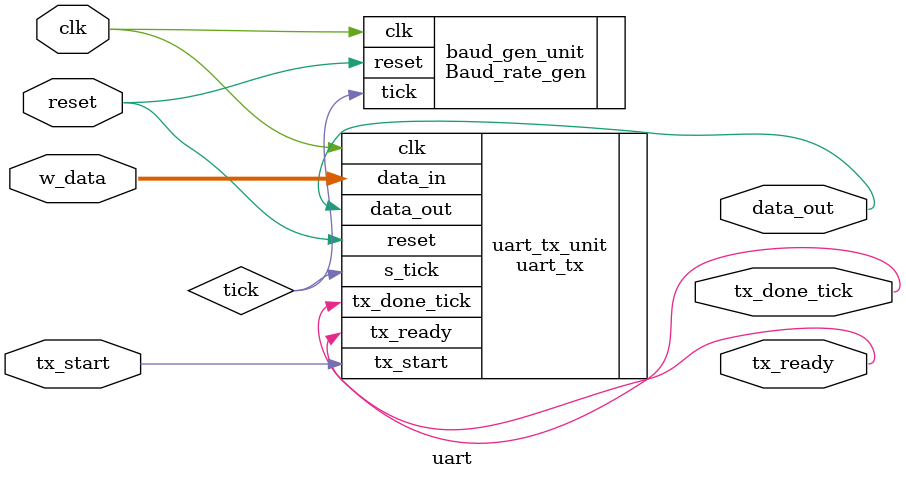
<source format=v>
`timescale 1ns / 1ps

module uart
  #(
    parameter DBIT = 8,			// Number of data bits to receive
				  SB_TICK = 16,	// Number of ticks for the stop bit. 16/24/32 for 1/1,5/2 bits
              DVSR = 326		// Baud rate divisor. DVSR = 50M/(16*baud rate)
  )
  ( 
    input wire clk,
    input wire reset,
    input wire tx_start,
    input wire [7:0] w_data,
    output wire data_out,
    output wire tx_done_tick,
    output wire tx_ready
  );


  //body
  Baud_rate_gen baud_gen_unit (
    .clk(clk), 
    .reset(reset), 
    .tick(tick)
  );


  uart_tx uart_tx_unit (
    .clk(clk), 
    .reset(reset), 
    .data_in(w_data), 
    .s_tick(tick), 
    .tx_start(tx_start), 
    .tx_done_tick(tx_done_tick), 
    .data_out(data_out),
    .tx_ready(tx_ready)

  );



endmodule

</source>
